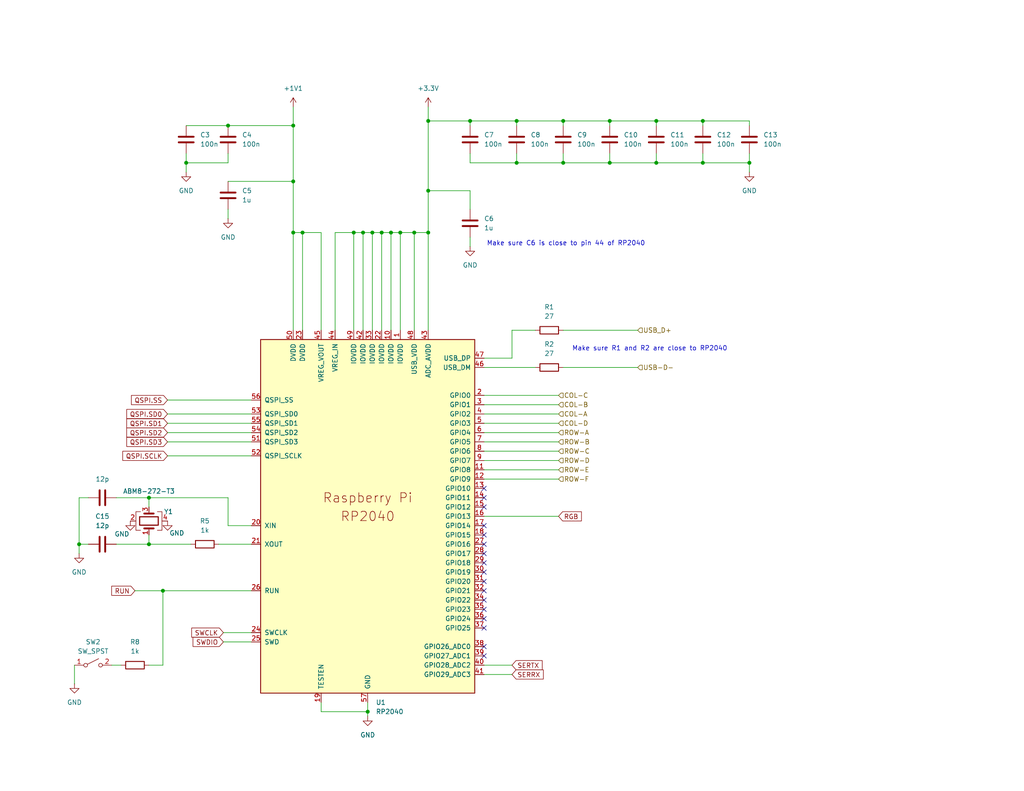
<source format=kicad_sch>
(kicad_sch (version 20231120) (generator "eeschema") (generator_version "8.0")
  (paper "A")
  (title_block (title "Jolt 2 - Left"))
  (lib_symbols
    (symbol "David Brown Keyboard Parts:RP2040" (pin_names (offset 1.016))
      (property "Reference" "U3" (at -27.94 49.53 0))
      (property "Value" "RP2040" (at 24.13 -50.8 0))
      (symbol "RP2040_0_0"
        (text "Raspberry Pi" (at 0 5.08 0) (effects (font (size 2.54 2.54))))
        (text "RP2040" (at 0 0 0) (effects (font (size 2.54 2.54))))
      )
      (symbol "RP2040_0_1"
        (rectangle (start 29.21 48.26) (end -29.21 -48.26) (stroke (width 0.254)) (fill (type background)))
      )
      (symbol "RP2040_1_1"
        (pin power_in line (at 8.89 50.8 270) (length 2.54) (name "IOVDD") (number "1"))
        (pin power_in line (at 6.35 50.8 270) (length 2.54) (name "IOVDD") (number "10"))
        (pin bidirectional line (at 31.75 12.7 180) (length 2.54) (name "GPIO8") (number "11"))
        (pin bidirectional line (at 31.75 10.16 180) (length 2.54) (name "GPIO9") (number "12"))
        (pin bidirectional line (at 31.75 7.62 180) (length 2.54) (name "GPIO10") (number "13"))
        (pin bidirectional line (at 31.75 5.08 180) (length 2.54) (name "GPIO11") (number "14"))
        (pin bidirectional line (at 31.75 2.54 180) (length 2.54) (name "GPIO12") (number "15"))
        (pin bidirectional line (at 31.75 0 180) (length 2.54) (name "GPIO13") (number "16"))
        (pin bidirectional line (at 31.75 -2.54 180) (length 2.54) (name "GPIO14") (number "17"))
        (pin bidirectional line (at 31.75 -5.08 180) (length 2.54) (name "GPIO15") (number "18"))
        (pin passive line (at -12.7 -50.8 90) (length 2.54) (name "TESTEN") (number "19"))
        (pin bidirectional line (at 31.75 33.02 180) (length 2.54) (name "GPIO0") (number "2"))
        (pin input line (at -31.75 -2.54 0) (length 2.54) (name "XIN") (number "20"))
        (pin passive line (at -31.75 -7.62 0) (length 2.54) (name "XOUT") (number "21"))
        (pin power_in line (at 3.81 50.8 270) (length 2.54) (name "IOVDD") (number "22"))
        (pin power_in line (at -17.78 50.8 270) (length 2.54) (name "DVDD") (number "23"))
        (pin input line (at -31.75 -31.75 0) (length 2.54) (name "SWCLK") (number "24"))
        (pin bidirectional line (at -31.75 -34.29 0) (length 2.54) (name "SWD") (number "25"))
        (pin input line (at -31.75 -20.32 0) (length 2.54) (name "RUN") (number "26"))
        (pin bidirectional line (at 31.75 -7.62 180) (length 2.54) (name "GPIO16") (number "27"))
        (pin bidirectional line (at 31.75 -10.16 180) (length 2.54) (name "GPIO17") (number "28"))
        (pin bidirectional line (at 31.75 -12.7 180) (length 2.54) (name "GPIO18") (number "29"))
        (pin bidirectional line (at 31.75 30.48 180) (length 2.54) (name "GPIO1") (number "3"))
        (pin bidirectional line (at 31.75 -15.24 180) (length 2.54) (name "GPIO19") (number "30"))
        (pin bidirectional line (at 31.75 -17.78 180) (length 2.54) (name "GPIO20") (number "31"))
        (pin bidirectional line (at 31.75 -20.32 180) (length 2.54) (name "GPIO21") (number "32"))
        (pin power_in line (at 1.27 50.8 270) (length 2.54) (name "IOVDD") (number "33"))
        (pin bidirectional line (at 31.75 -22.86 180) (length 2.54) (name "GPIO22") (number "34"))
        (pin bidirectional line (at 31.75 -25.4 180) (length 2.54) (name "GPIO23") (number "35"))
        (pin bidirectional line (at 31.75 -27.94 180) (length 2.54) (name "GPIO24") (number "36"))
        (pin bidirectional line (at 31.75 -30.48 180) (length 2.54) (name "GPIO25") (number "37"))
        (pin bidirectional line (at 31.75 -35.56 180) (length 2.54) (name "GPIO26_ADC0") (number "38"))
        (pin bidirectional line (at 31.75 -38.1 180) (length 2.54) (name "GPIO27_ADC1") (number "39"))
        (pin bidirectional line (at 31.75 27.94 180) (length 2.54) (name "GPIO2") (number "4"))
        (pin bidirectional line (at 31.75 -40.64 180) (length 2.54) (name "GPIO28_ADC2") (number "40"))
        (pin bidirectional line (at 31.75 -43.18 180) (length 2.54) (name "GPIO29_ADC3") (number "41"))
        (pin power_in line (at -1.27 50.8 270) (length 2.54) (name "IOVDD") (number "42"))
        (pin power_in line (at 16.51 50.8 270) (length 2.54) (name "ADC_AVDD") (number "43"))
        (pin power_in line (at -8.89 50.8 270) (length 2.54) (name "VREG_IN") (number "44"))
        (pin power_out line (at -12.7 50.8 270) (length 2.54) (name "VREG_VOUT") (number "45"))
        (pin bidirectional line (at 31.75 40.64 180) (length 2.54) (name "USB_DM") (number "46"))
        (pin bidirectional line (at 31.75 43.18 180) (length 2.54) (name "USB_DP") (number "47"))
        (pin power_in line (at 12.7 50.8 270) (length 2.54) (name "USB_VDD") (number "48"))
        (pin power_in line (at -3.81 50.8 270) (length 2.54) (name "IOVDD") (number "49"))
        (pin bidirectional line (at 31.75 25.4 180) (length 2.54) (name "GPIO3") (number "5"))
        (pin power_in line (at -20.32 50.8 270) (length 2.54) (name "DVDD") (number "50"))
        (pin bidirectional line (at -31.75 20.32 0) (length 2.54) (name "QSPI_SD3") (number "51"))
        (pin output line (at -31.75 16.51 0) (length 2.54) (name "QSPI_SCLK") (number "52"))
        (pin bidirectional line (at -31.75 27.94 0) (length 2.54) (name "QSPI_SD0") (number "53"))
        (pin bidirectional line (at -31.75 22.86 0) (length 2.54) (name "QSPI_SD2") (number "54"))
        (pin bidirectional line (at -31.75 25.4 0) (length 2.54) (name "QSPI_SD1") (number "55"))
        (pin bidirectional line (at -31.75 31.75 0) (length 2.54) (name "QSPI_SS") (number "56"))
        (pin power_in line (at 0 -50.8 90) (length 2.54) (name "GND") (number "57"))
        (pin bidirectional line (at 31.75 22.86 180) (length 2.54) (name "GPIO4") (number "6"))
        (pin bidirectional line (at 31.75 20.32 180) (length 2.54) (name "GPIO5") (number "7"))
        (pin bidirectional line (at 31.75 17.78 180) (length 2.54) (name "GPIO6") (number "8"))
        (pin bidirectional line (at 31.75 15.24 180) (length 2.54) (name "GPIO7") (number "9"))
      )
    )
    (symbol "Device:C" (pin_numbers hide) (pin_names (offset 0.254))
      (property "Reference" "C" (at 0.635 2.54 0))
      (property "Value" "C" (at 0.635 -2.54 0))
      (symbol "C_0_1"
        (polyline (pts (xy -2.032 -0.762) (xy 2.032 -0.762)) (stroke (width 0.508)))
        (polyline (pts (xy -2.032 0.762) (xy 2.032 0.762)) (stroke (width 0.508)))
      )
      (symbol "C_1_1"
        (pin passive line (at 0 3.81 270) (length 2.794) (name "~") (number "1"))
        (pin passive line (at 0 -3.81 90) (length 2.794) (name "~") (number "2"))
      )
    )
    (symbol "Device:Crystal_GND24" (pin_names (offset 1.016) hide)
      (property "Reference" "Y" (at 3.175 5.08 0))
      (property "Value" "Crystal_GND24" (at 3.175 3.175 0))
      (symbol "Crystal_GND24_0_1"
        (rectangle (start -1.143 2.54) (end 1.143 -2.54) (stroke (width 0.3048)))
        (polyline (pts (xy -2.54 0) (xy -2.032 0)))
        (polyline (pts (xy -2.032 -1.27) (xy -2.032 1.27)) (stroke (width 0.508)))
        (polyline (pts (xy 0 -3.81) (xy 0 -3.556)))
        (polyline (pts (xy 0 3.556) (xy 0 3.81)))
        (polyline (pts (xy 2.032 -1.27) (xy 2.032 1.27)) (stroke (width 0.508)))
        (polyline (pts (xy 2.032 0) (xy 2.54 0)))
        (polyline (pts (xy -2.54 -2.286) (xy -2.54 -3.556) (xy 2.54 -3.556) (xy 2.54 -2.286)))
        (polyline (pts (xy -2.54 2.286) (xy -2.54 3.556) (xy 2.54 3.556) (xy 2.54 2.286)))
      )
      (symbol "Crystal_GND24_1_1"
        (pin passive line (at -3.81 0 0) (length 1.27) (name "1") (number "1"))
        (pin passive line (at 0 5.08 270) (length 1.27) (name "2") (number "2"))
        (pin passive line (at 3.81 0 180) (length 1.27) (name "3") (number "3"))
        (pin passive line (at 0 -5.08 90) (length 1.27) (name "4") (number "4"))
      )
    )
    (symbol "Device:R" (pin_numbers hide) (pin_names (offset 0))
      (property "Reference" "R" (at 2.032 0 90))
      (property "Value" "R" (at 0 0 90))
      (symbol "R_0_1"
        (rectangle (start -1.016 -2.54) (end 1.016 2.54) (stroke (width 0.254)))
      )
      (symbol "R_1_1"
        (pin passive line (at 0 3.81 270) (length 1.27) (name "~") (number "1"))
        (pin passive line (at 0 -3.81 90) (length 1.27) (name "~") (number "2"))
      )
    )
    (symbol "Switch:SW_SPST" (pin_names (offset 0) hide)
      (property "Reference" "SW" (at 0 3.175 0))
      (property "Value" "SW_SPST" (at 0 -2.54 0))
      (symbol "SW_SPST_0_0"
        (circle (center -2.032 0) (radius 0.508))
        (polyline (pts (xy -1.524 0.254) (xy 1.524 1.778)))
        (circle (center 2.032 0) (radius 0.508))
      )
      (symbol "SW_SPST_1_1"
        (pin passive line (at -5.08 0 0) (length 2.54) (name "A") (number "1"))
        (pin passive line (at 5.08 0 180) (length 2.54) (name "B") (number "2"))
      )
    )
    (symbol "power:+1V1" (power) (pin_numbers hide) (pin_names (offset 0) hide)
      (property "Value" "+1V1" (at 0 3.556 0))
      (symbol "+1V1_0_1"
        (polyline (pts (xy -0.762 1.27) (xy 0 2.54)))
        (polyline (pts (xy 0 0) (xy 0 2.54)))
        (polyline (pts (xy 0 2.54) (xy 0.762 1.27)))
      )
      (symbol "+1V1_1_1"
        (pin power_in line (at 0 0 90) (length 0) (name "~") (number "1"))
      )
    )
    (symbol "power:+3.3V" (power) (pin_numbers hide) (pin_names (offset 0) hide)
      (property "Value" "+3.3V" (at 0 3.556 0))
      (symbol "+3.3V_0_1"
        (polyline (pts (xy -0.762 1.27) (xy 0 2.54)))
        (polyline (pts (xy 0 0) (xy 0 2.54)))
        (polyline (pts (xy 0 2.54) (xy 0.762 1.27)))
      )
      (symbol "+3.3V_1_1"
        (pin power_in line (at 0 0 90) (length 0) (name "~") (number "1"))
      )
    )
    (symbol "power:GND" (power) (pin_numbers hide) (pin_names (offset 0) hide)
      (property "Value" "GND" (at 0 -3.81 0))
      (symbol "GND_0_1"
        (polyline (pts (xy 0 0) (xy 0 -1.27) (xy 1.27 -1.27) (xy 0 -2.54) (xy -1.27 -1.27) (xy 0 -1.27)))
      )
      (symbol "GND_1_1"
        (pin power_in line (at 0 0 270) (length 0) (name "~") (number "1"))
      )
    )
  )
  (junction (at 166.37 44.45))
  (junction (at 101.6 63.5))
  (junction (at 116.84 63.5))
  (junction (at 99.06 63.5))
  (junction (at 204.47 44.45))
  (junction (at 153.67 44.45))
  (junction (at 40.64 148.59))
  (junction (at 179.07 33.02))
  (junction (at 80.01 63.5))
  (junction (at 109.22 63.5))
  (junction (at 104.14 63.5))
  (junction (at 106.68 63.5))
  (junction (at 116.84 33.02))
  (junction (at 21.59 148.59))
  (junction (at 50.8 44.45))
  (junction (at 96.52 63.5))
  (junction (at 100.33 194.31))
  (junction (at 80.01 34.29))
  (junction (at 179.07 44.45))
  (junction (at 191.77 44.45))
  (junction (at 116.84 52.07))
  (junction (at 153.67 33.02))
  (junction (at 80.01 49.53))
  (junction (at 113.03 63.5))
  (junction (at 40.64 135.89))
  (junction (at 166.37 33.02))
  (junction (at 44.45 161.29))
  (junction (at 128.27 33.02))
  (junction (at 82.55 63.5))
  (junction (at 140.97 33.02))
  (junction (at 140.97 44.45))
  (junction (at 191.77 33.02))
  (junction (at 62.23 34.29))
  (no_connect (at 132.08 161.29))
  (no_connect (at 132.08 146.05))
  (no_connect (at 132.08 166.37))
  (no_connect (at 132.08 151.13))
  (no_connect (at 132.08 143.51))
  (no_connect (at 132.08 163.83))
  (no_connect (at 132.08 158.75))
  (no_connect (at 132.08 133.35))
  (no_connect (at 132.08 168.91))
  (no_connect (at 132.08 171.45))
  (no_connect (at 132.08 135.89))
  (no_connect (at 132.08 176.53))
  (no_connect (at 132.08 156.21))
  (no_connect (at 132.08 179.07))
  (no_connect (at 132.08 138.43))
  (no_connect (at 132.08 148.59))
  (no_connect (at 132.08 153.67))
  (wire (pts (xy 109.22 63.5) (xy 113.03 63.5)))
  (wire (pts (xy 132.08 184.15) (xy 139.7 184.15)))
  (wire (pts (xy 179.07 44.45) (xy 191.77 44.45)))
  (wire (pts (xy 132.08 125.73) (xy 152.4 125.73)))
  (wire (pts (xy 50.8 44.45) (xy 50.8 46.99)))
  (wire (pts (xy 87.63 191.77) (xy 87.63 194.31)))
  (wire (pts (xy 132.08 100.33) (xy 146.05 100.33)))
  (wire (pts (xy 40.64 135.89) (xy 40.64 138.43)))
  (wire (pts (xy 113.03 90.17) (xy 113.03 63.5)))
  (wire (pts (xy 80.01 49.53) (xy 80.01 63.5)))
  (wire (pts (xy 132.08 115.57) (xy 152.4 115.57)))
  (wire (pts (xy 179.07 33.02) (xy 179.07 34.29)))
  (wire (pts (xy 80.01 29.21) (xy 80.01 34.29)))
  (wire (pts (xy 62.23 143.51) (xy 68.58 143.51)))
  (wire (pts (xy 128.27 44.45) (xy 140.97 44.45)))
  (wire (pts (xy 191.77 44.45) (xy 204.47 44.45)))
  (wire (pts (xy 62.23 44.45) (xy 50.8 44.45)))
  (wire (pts (xy 20.32 181.61) (xy 20.32 186.69)))
  (wire (pts (xy 140.97 41.91) (xy 140.97 44.45)))
  (wire (pts (xy 166.37 41.91) (xy 166.37 44.45)))
  (wire (pts (xy 132.08 97.79) (xy 139.7 97.79)))
  (wire (pts (xy 113.03 63.5) (xy 116.84 63.5)))
  (wire (pts (xy 99.06 63.5) (xy 99.06 90.17)))
  (wire (pts (xy 204.47 44.45) (xy 204.47 46.99)))
  (wire (pts (xy 128.27 57.15) (xy 128.27 52.07)))
  (wire (pts (xy 116.84 52.07) (xy 116.84 63.5)))
  (wire (pts (xy 45.72 113.03) (xy 68.58 113.03)))
  (wire (pts (xy 153.67 90.17) (xy 173.99 90.17)))
  (wire (pts (xy 101.6 63.5) (xy 101.6 90.17)))
  (wire (pts (xy 132.08 113.03) (xy 152.4 113.03)))
  (wire (pts (xy 132.08 181.61) (xy 139.7 181.61)))
  (wire (pts (xy 153.67 33.02) (xy 153.67 34.29)))
  (wire (pts (xy 87.63 90.17) (xy 87.63 63.5)))
  (wire (pts (xy 91.44 90.17) (xy 91.44 63.5)))
  (wire (pts (xy 166.37 44.45) (xy 179.07 44.45)))
  (wire (pts (xy 40.64 135.89) (xy 62.23 135.89)))
  (wire (pts (xy 44.45 161.29) (xy 68.58 161.29)))
  (wire (pts (xy 132.08 130.81) (xy 152.4 130.81)))
  (wire (pts (xy 31.75 148.59) (xy 40.64 148.59)))
  (wire (pts (xy 62.23 57.15) (xy 62.23 59.69)))
  (wire (pts (xy 116.84 33.02) (xy 128.27 33.02)))
  (wire (pts (xy 62.23 135.89) (xy 62.23 143.51)))
  (wire (pts (xy 21.59 148.59) (xy 21.59 135.89)))
  (wire (pts (xy 140.97 33.02) (xy 140.97 34.29)))
  (wire (pts (xy 45.72 120.65) (xy 68.58 120.65)))
  (wire (pts (xy 139.7 97.79) (xy 139.7 90.17)))
  (wire (pts (xy 50.8 41.91) (xy 50.8 44.45)))
  (wire (pts (xy 21.59 151.13) (xy 21.59 148.59)))
  (wire (pts (xy 101.6 63.5) (xy 104.14 63.5)))
  (wire (pts (xy 21.59 148.59) (xy 24.13 148.59)))
  (wire (pts (xy 153.67 100.33) (xy 173.99 100.33)))
  (wire (pts (xy 191.77 41.91) (xy 191.77 44.45)))
  (wire (pts (xy 87.63 63.5) (xy 82.55 63.5)))
  (wire (pts (xy 60.96 175.26) (xy 68.58 175.26)))
  (wire (pts (xy 109.22 90.17) (xy 109.22 63.5)))
  (wire (pts (xy 96.52 90.17) (xy 96.52 63.5)))
  (wire (pts (xy 45.72 118.11) (xy 68.58 118.11)))
  (wire (pts (xy 36.83 161.29) (xy 44.45 161.29)))
  (wire (pts (xy 62.23 49.53) (xy 80.01 49.53)))
  (wire (pts (xy 40.64 148.59) (xy 52.07 148.59)))
  (wire (pts (xy 106.68 63.5) (xy 109.22 63.5)))
  (wire (pts (xy 91.44 63.5) (xy 96.52 63.5)))
  (wire (pts (xy 96.52 63.5) (xy 99.06 63.5)))
  (wire (pts (xy 80.01 63.5) (xy 80.01 90.17)))
  (wire (pts (xy 139.7 90.17) (xy 146.05 90.17)))
  (wire (pts (xy 100.33 194.31) (xy 100.33 195.58)))
  (wire (pts (xy 116.84 29.21) (xy 116.84 33.02)))
  (wire (pts (xy 153.67 44.45) (xy 166.37 44.45)))
  (wire (pts (xy 50.8 34.29) (xy 62.23 34.29)))
  (wire (pts (xy 153.67 41.91) (xy 153.67 44.45)))
  (wire (pts (xy 132.08 128.27) (xy 152.4 128.27)))
  (wire (pts (xy 153.67 33.02) (xy 166.37 33.02)))
  (wire (pts (xy 128.27 64.77) (xy 128.27 67.31)))
  (wire (pts (xy 132.08 123.19) (xy 152.4 123.19)))
  (wire (pts (xy 45.72 115.57) (xy 68.58 115.57)))
  (wire (pts (xy 31.75 135.89) (xy 40.64 135.89)))
  (wire (pts (xy 59.69 148.59) (xy 68.58 148.59)))
  (wire (pts (xy 60.96 172.72) (xy 68.58 172.72)))
  (wire (pts (xy 106.68 63.5) (xy 106.68 90.17)))
  (wire (pts (xy 128.27 52.07) (xy 116.84 52.07)))
  (wire (pts (xy 128.27 33.02) (xy 140.97 33.02)))
  (wire (pts (xy 44.45 181.61) (xy 44.45 161.29)))
  (wire (pts (xy 132.08 120.65) (xy 152.4 120.65)))
  (wire (pts (xy 104.14 63.5) (xy 106.68 63.5)))
  (wire (pts (xy 132.08 107.95) (xy 152.4 107.95)))
  (wire (pts (xy 204.47 33.02) (xy 204.47 34.29)))
  (wire (pts (xy 82.55 63.5) (xy 80.01 63.5)))
  (wire (pts (xy 82.55 90.17) (xy 82.55 63.5)))
  (wire (pts (xy 132.08 118.11) (xy 152.4 118.11)))
  (wire (pts (xy 191.77 33.02) (xy 191.77 34.29)))
  (wire (pts (xy 191.77 33.02) (xy 204.47 33.02)))
  (wire (pts (xy 116.84 33.02) (xy 116.84 52.07)))
  (wire (pts (xy 80.01 34.29) (xy 80.01 49.53)))
  (wire (pts (xy 30.48 181.61) (xy 33.02 181.61)))
  (wire (pts (xy 140.97 33.02) (xy 153.67 33.02)))
  (wire (pts (xy 99.06 63.5) (xy 101.6 63.5)))
  (wire (pts (xy 45.72 109.22) (xy 68.58 109.22)))
  (wire (pts (xy 179.07 41.91) (xy 179.07 44.45)))
  (wire (pts (xy 62.23 41.91) (xy 62.23 44.45)))
  (wire (pts (xy 204.47 41.91) (xy 204.47 44.45)))
  (wire (pts (xy 179.07 33.02) (xy 191.77 33.02)))
  (wire (pts (xy 104.14 63.5) (xy 104.14 90.17)))
  (wire (pts (xy 116.84 63.5) (xy 116.84 90.17)))
  (wire (pts (xy 128.27 33.02) (xy 128.27 34.29)))
  (wire (pts (xy 100.33 191.77) (xy 100.33 194.31)))
  (wire (pts (xy 21.59 135.89) (xy 24.13 135.89)))
  (wire (pts (xy 80.01 34.29) (xy 62.23 34.29)))
  (wire (pts (xy 45.72 124.46) (xy 68.58 124.46)))
  (wire (pts (xy 40.64 146.05) (xy 40.64 148.59)))
  (wire (pts (xy 87.63 194.31) (xy 100.33 194.31)))
  (wire (pts (xy 40.64 181.61) (xy 44.45 181.61)))
  (wire (pts (xy 166.37 33.02) (xy 179.07 33.02)))
  (wire (pts (xy 140.97 44.45) (xy 153.67 44.45)))
  (wire (pts (xy 128.27 41.91) (xy 128.27 44.45)))
  (wire (pts (xy 132.08 140.97) (xy 152.4 140.97)))
  (wire (pts (xy 166.37 33.02) (xy 166.37 34.29)))
  (wire (pts (xy 132.08 110.49) (xy 152.4 110.49)))
  (text "Make sure R1 and R2 are close to RP2040" (at 177.292 95.25 0) (effects (font (size 1.27 1.27))))
  (text "Make sure C6 is close to pin 44 of RP2040" (at 154.432 66.548 0) (effects (font (size 1.27 1.27))))
  (global_label "QSPI.SD0" (shape input) (at 45.72 113.03 180) (property "Intersheetrefs" "${INTERSHEET_REFS}" (effects (hide yes))))
  (global_label "QSPI.SD3" (shape input) (at 45.72 120.65 180) (property "Intersheetrefs" "${INTERSHEET_REFS}" (effects (hide yes))))
  (global_label "SERTX" (shape input) (at 139.7 181.61 0) (property "Intersheetrefs" "${INTERSHEET_REFS}" (effects (hide yes))))
  (global_label "SERRX" (shape input) (at 139.7 184.15 0) (property "Intersheetrefs" "${INTERSHEET_REFS}" (effects (hide yes))))
  (global_label "SWDIO" (shape input) (at 60.96 175.26 180) (property "Intersheetrefs" "${INTERSHEET_REFS}" (effects (hide yes))))
  (global_label "QSPI.SS" (shape input) (at 45.72 109.22 180) (property "Intersheetrefs" "${INTERSHEET_REFS}" (effects (hide yes))))
  (global_label "RGB" (shape input) (at 152.4 140.97 0) (property "Intersheetrefs" "${INTERSHEET_REFS}" (effects (hide yes))))
  (global_label "SWCLK" (shape input) (at 60.96 172.72 180) (property "Intersheetrefs" "${INTERSHEET_REFS}" (effects (hide yes))))
  (global_label "QSPI.SD2" (shape input) (at 45.72 118.11 180) (property "Intersheetrefs" "${INTERSHEET_REFS}" (effects (hide yes))))
  (global_label "QSPI.SD1" (shape input) (at 45.72 115.57 180) (property "Intersheetrefs" "${INTERSHEET_REFS}" (effects (hide yes))))
  (global_label "QSPI.SCLK" (shape input) (at 45.72 124.46 180) (property "Intersheetrefs" "${INTERSHEET_REFS}" (effects (hide yes))))
  (global_label "RUN" (shape input) (at 36.83 161.29 180) (property "Intersheetrefs" "${INTERSHEET_REFS}" (effects (hide yes))))
  (hierarchical_label "USB-D-" (shape input) (at 173.99 100.33 0))
  (hierarchical_label "ROW-F" (shape input) (at 152.4 130.81 0))
  (hierarchical_label "ROW-E" (shape input) (at 152.4 128.27 0))
  (hierarchical_label "ROW-C" (shape input) (at 152.4 123.19 0))
  (hierarchical_label "ROW-D" (shape input) (at 152.4 125.73 0))
  (hierarchical_label "COL-C" (shape input) (at 152.4 107.95 0))
  (hierarchical_label "COL-B" (shape input) (at 152.4 110.49 0))
  (hierarchical_label "ROW-B" (shape input) (at 152.4 120.65 0))
  (hierarchical_label "COL-A" (shape input) (at 152.4 113.03 0))
  (hierarchical_label "ROW-A" (shape input) (at 152.4 118.11 0))
  (hierarchical_label "COL-D" (shape input) (at 152.4 115.57 0))
  (hierarchical_label "USB_D+" (shape input) (at 173.99 90.17 0))
  (symbol (lib_id "Device:C") (at 153.67 38.1 0) (unit 1)
    (property "Reference" "C9" (at 157.48 36.8299 0) (effects (justify left)))
    (property "Value" "100n" (at 157.48 39.3699 0) (effects (justify left)))
    (property "Footprint" "Capacitor_SMD:C_0603_1608Metric" (effects (hide yes)))
    (property "Description" "Unpolarized capacitor" (effects (hide yes)))
  )
  (symbol (lib_id "power:GND") (at 20.32 186.69 0) (unit 1)
    (property "Reference" "#PWR022" (effects (hide yes)))
    (property "Value" "GND" (at 20.32 191.77 0))
    (property "Description" "Power symbol creates a global label with name \"GND\" , ground" (effects (hide yes)))
  )
  (symbol (lib_id "Device:C") (at 62.23 38.1 0) (unit 1)
    (property "Reference" "C4" (at 66.04 36.8299 0) (effects (justify left)))
    (property "Value" "100n" (at 66.04 39.3699 0) (effects (justify left)))
    (property "Footprint" "Capacitor_SMD:C_0603_1608Metric" (effects (hide yes)))
    (property "Description" "Unpolarized capacitor" (effects (hide yes)))
  )
  (symbol (lib_id "Device:C") (at 62.23 53.34 0) (unit 1)
    (property "Reference" "C5" (at 66.04 52.0699 0) (effects (justify left)))
    (property "Value" "1u" (at 66.04 54.6099 0) (effects (justify left)))
    (property "Footprint" "Capacitor_SMD:C_0603_1608Metric" (effects (hide yes)))
    (property "Description" "Unpolarized capacitor" (effects (hide yes)))
  )
  (symbol (lib_id "Device:C") (at 128.27 38.1 0) (unit 1)
    (property "Reference" "C7" (at 132.08 36.8299 0) (effects (justify left)))
    (property "Value" "100n" (at 132.08 39.3699 0) (effects (justify left)))
    (property "Footprint" "Capacitor_SMD:C_0603_1608Metric" (effects (hide yes)))
    (property "Description" "Unpolarized capacitor" (effects (hide yes)))
  )
  (symbol (lib_id "Switch:SW_SPST") (at 25.4 181.61 0) (unit 1)
    (property "Reference" "SW2" (at 25.4 175.26 0))
    (property "Value" "SW_SPST" (at 25.4 177.8 0))
    (property "Footprint" "Button_Switch_SMD:SW_Push_1P1T_NO_CK_KMR2" (effects (hide yes)))
    (property "Description" "Single Pole Single Throw (SPST) switch" (effects (hide yes)))
  )
  (symbol (lib_id "Device:C") (at 50.8 38.1 0) (unit 1)
    (property "Reference" "C3" (at 54.61 36.8299 0) (effects (justify left)))
    (property "Value" "100n" (at 54.61 39.3699 0) (effects (justify left)))
    (property "Footprint" "Capacitor_SMD:C_0603_1608Metric" (effects (hide yes)))
    (property "Description" "Unpolarized capacitor" (effects (hide yes)))
  )
  (symbol (lib_id "power:GND") (at 100.33 195.58 0) (unit 1)
    (property "Reference" "#PWR021" (effects (hide yes)))
    (property "Value" "GND" (at 100.33 200.66 0))
    (property "Description" "Power symbol creates a global label with name \"GND\" , ground" (effects (hide yes)))
  )
  (symbol (lib_id "David Brown Keyboard Parts:RP2040") (at 100.33 140.97 0) (unit 1)
    (property "Reference" "U1" (at 102.5241 191.77 0) (effects (justify left)))
    (property "Value" "RP2040" (at 102.5241 194.31 0) (effects (justify left)))
    (property "Footprint" "davidb-keyboard-foot:RP2040-QFN-56" (effects (hide yes)))
  )
  (symbol (lib_id "Device:R") (at 149.86 100.33 90) (unit 1)
    (property "Reference" "R2" (at 149.86 93.98 90))
    (property "Value" "27" (at 149.86 96.52 90))
    (property "Footprint" "Resistor_SMD:R_0603_1608Metric" (effects (hide yes)))
    (property "Description" "Resistor" (effects (hide yes)))
  )
  (symbol (lib_id "Device:C") (at 179.07 38.1 0) (unit 1)
    (property "Reference" "C11" (at 182.88 36.8299 0) (effects (justify left)))
    (property "Value" "100n" (at 182.88 39.3699 0) (effects (justify left)))
    (property "Footprint" "Capacitor_SMD:C_0603_1608Metric" (effects (hide yes)))
    (property "Description" "Unpolarized capacitor" (effects (hide yes)))
  )
  (symbol (lib_id "Device:C") (at 27.94 135.89 90) (unit 1)
    (property "Reference" "C14" (effects (hide yes)))
    (property "Value" "12p" (at 27.94 130.81 90))
    (property "Footprint" "Capacitor_SMD:C_0603_1608Metric" (effects (hide yes)))
    (property "Description" "Unpolarized capacitor" (effects (hide yes)))
  )
  (symbol (lib_id "power:GND") (at 21.59 151.13 0) (unit 1)
    (property "Reference" "#PWR013" (effects (hide yes)))
    (property "Value" "GND" (at 21.59 156.21 0))
    (property "Description" "Power symbol creates a global label with name \"GND\" , ground" (effects (hide yes)))
  )
  (symbol (lib_id "Device:C") (at 128.27 60.96 0) (unit 1)
    (property "Reference" "C6" (at 132.08 59.6899 0) (effects (justify left)))
    (property "Value" "1u" (at 132.08 62.2299 0) (effects (justify left)))
    (property "Footprint" "Capacitor_SMD:C_0603_1608Metric" (effects (hide yes)))
    (property "Description" "Unpolarized capacitor" (effects (hide yes)))
  )
  (symbol (lib_id "power:GND") (at 50.8 46.99 0) (unit 1)
    (property "Reference" "#PWR09" (effects (hide yes)))
    (property "Value" "GND" (at 50.8 52.07 0))
    (property "Description" "Power symbol creates a global label with name \"GND\" , ground" (effects (hide yes)))
  )
  (symbol (lib_id "Device:C") (at 204.47 38.1 0) (unit 1)
    (property "Reference" "C13" (at 208.28 36.8299 0) (effects (justify left)))
    (property "Value" "100n" (at 208.28 39.3699 0) (effects (justify left)))
    (property "Footprint" "Capacitor_SMD:C_0603_1608Metric" (effects (hide yes)))
    (property "Description" "Unpolarized capacitor" (effects (hide yes)))
  )
  (symbol (lib_id "Device:C") (at 166.37 38.1 0) (unit 1)
    (property "Reference" "C10" (at 170.18 36.8299 0) (effects (justify left)))
    (property "Value" "100n" (at 170.18 39.3699 0) (effects (justify left)))
    (property "Footprint" "Capacitor_SMD:C_0603_1608Metric" (effects (hide yes)))
    (property "Description" "Unpolarized capacitor" (effects (hide yes)))
  )
  (symbol (lib_id "Device:R") (at 55.88 148.59 90) (unit 1)
    (property "Reference" "R5" (at 55.88 142.24 90))
    (property "Value" "1k" (at 55.88 144.78 90))
    (property "Footprint" "Resistor_SMD:R_0603_1608Metric" (effects (hide yes)))
    (property "Description" "Resistor" (effects (hide yes)))
  )
  (symbol (lib_id "Device:R") (at 149.86 90.17 90) (unit 1)
    (property "Reference" "R1" (at 149.86 83.82 90))
    (property "Value" "27" (at 149.86 86.36 90))
    (property "Footprint" "Resistor_SMD:R_0603_1608Metric" (effects (hide yes)))
    (property "Description" "Resistor" (effects (hide yes)))
  )
  (symbol (lib_id "power:GND") (at 35.56 142.24 0) (unit 1)
    (property "Reference" "#PWR014" (effects (hide yes)))
    (property "Value" "GND" (at 33.274 145.796 0))
    (property "Description" "Power symbol creates a global label with name \"GND\" , ground" (effects (hide yes)))
  )
  (symbol (lib_id "Device:C") (at 140.97 38.1 0) (unit 1)
    (property "Reference" "C8" (at 144.78 36.8299 0) (effects (justify left)))
    (property "Value" "100n" (at 144.78 39.3699 0) (effects (justify left)))
    (property "Footprint" "Capacitor_SMD:C_0603_1608Metric" (effects (hide yes)))
    (property "Description" "Unpolarized capacitor" (effects (hide yes)))
  )
  (symbol (lib_id "power:GND") (at 204.47 46.99 0) (unit 1)
    (property "Reference" "#PWR07" (effects (hide yes)))
    (property "Value" "GND" (at 204.47 52.07 0))
    (property "Description" "Power symbol creates a global label with name \"GND\" , ground" (effects (hide yes)))
  )
  (symbol (lib_id "power:GND") (at 62.23 59.69 0) (unit 1)
    (property "Reference" "#PWR010" (effects (hide yes)))
    (property "Value" "GND" (at 62.23 64.77 0))
    (property "Description" "Power symbol creates a global label with name \"GND\" , ground" (effects (hide yes)))
  )
  (symbol (lib_id "Device:R") (at 36.83 181.61 270) (unit 1)
    (property "Reference" "R8" (at 36.83 175.26 90))
    (property "Value" "1k" (at 36.83 177.8 90))
    (property "Footprint" "Resistor_SMD:R_0603_1608Metric" (effects (hide yes)))
    (property "Description" "Resistor" (effects (hide yes)))
  )
  (symbol (lib_id "power:GND") (at 45.72 142.24 0) (unit 1)
    (property "Reference" "#PWR015" (effects (hide yes)))
    (property "Value" "GND" (at 48.26 145.542 0))
    (property "Description" "Power symbol creates a global label with name \"GND\" , ground" (effects (hide yes)))
  )
  (symbol (lib_id "Device:C") (at 191.77 38.1 0) (unit 1)
    (property "Reference" "C12" (at 195.58 36.8299 0) (effects (justify left)))
    (property "Value" "100n" (at 195.58 39.3699 0) (effects (justify left)))
    (property "Footprint" "Capacitor_SMD:C_0603_1608Metric" (effects (hide yes)))
    (property "Description" "Unpolarized capacitor" (effects (hide yes)))
  )
  (symbol (lib_id "power:+3.3V") (at 116.84 29.21 0) (unit 1)
    (property "Reference" "#PWR012" (effects (hide yes)))
    (property "Value" "+3.3V" (at 116.84 24.13 0))
    (property "Description" "Power symbol creates a global label with name \"+3.3V\"" (effects (hide yes)))
  )
  (symbol (lib_id "power:GND") (at 128.27 67.31 0) (unit 1)
    (property "Reference" "#PWR08" (effects (hide yes)))
    (property "Value" "GND" (at 128.27 72.39 0))
    (property "Description" "Power symbol creates a global label with name \"GND\" , ground" (effects (hide yes)))
  )
  (symbol (lib_id "power:+1V1") (at 80.01 29.21 0) (unit 1)
    (property "Reference" "#PWR011" (effects (hide yes)))
    (property "Value" "+1V1" (at 80.01 24.13 0))
    (property "Description" "Power symbol creates a global label with name \"+1V1\"" (effects (hide yes)))
  )
  (symbol (lib_id "Device:Crystal_GND24") (at 40.64 142.24 90) (unit 1)
    (property "Reference" "Y1" (at 45.974 139.7 90))
    (property "Value" "ABM8-272-T3" (at 40.64 134.112 90))
    (property "Footprint" "Crystal:Crystal_SMD_Abracon_ABM8G-4Pin_3.2x2.5mm" (effects (hide yes)))
    (property "Description" "Four pin crystal, GND on pins 2 and 4" (effects (hide yes)))
  )
  (symbol (lib_id "Device:C") (at 27.94 148.59 90) (unit 1)
    (property "Reference" "C15" (at 27.94 140.97 90))
    (property "Value" "12p" (at 27.94 143.51 90))
    (property "Footprint" "Capacitor_SMD:C_0603_1608Metric" (effects (hide yes)))
    (property "Description" "Unpolarized capacitor" (effects (hide yes)))
  )
)
</source>
